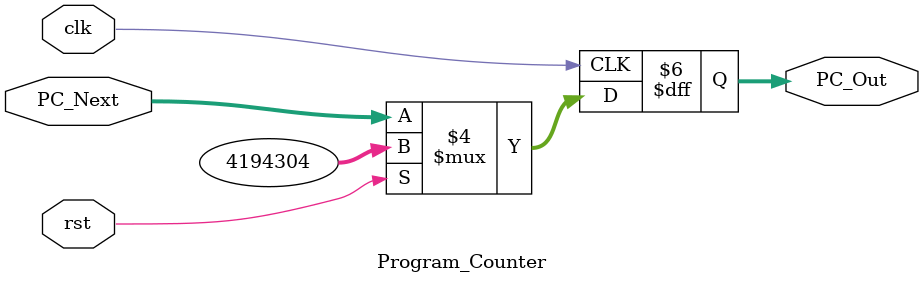
<source format=sv>

module Program_Counter (                         //Señales: 
    input logic                clk,              //Reloj
    input logic                rst,              //Reset
    input logic        [31:0]  PC_Next,          //PC de entrada
    output logic [31:0]  PC_Out                 //PC de salida   
);
    //Lógica del módulo
    always_ff @(posedge clk) begin
        if(!rst) begin              //Mientras en el rst este en bajo la salida será igual a la entrada
            PC_Out <= PC_Next;
        end 
        else begin
            PC_Out = 32'h00400000;  //Reset
        end 
    end
    
endmodule
</source>
